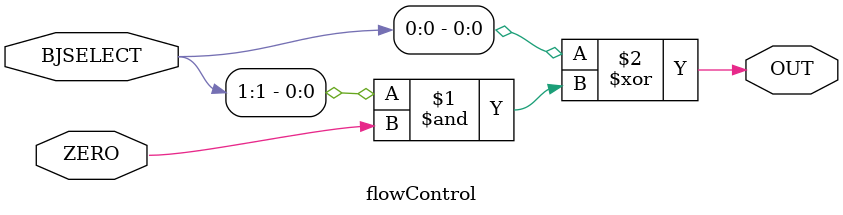
<source format=v>


module twosComp(IN, OUT);

	//Declaration of input and output ports
	input [7:0] IN;
	output [7:0] OUT;
	
	//Combinational logic to assign two's complement value of input to output after a delay of #1
	assign #1 OUT = ~IN + 1;

endmodule


//The Jump/Branch Adder calculates the target instruction address by adding the offset value to the PC+4 value
//after sign extension and multiplication by 4
//Contains a delay of 2 time units
module jumpbranchAdder(PC, OFFSET, TARGET);
	
	//Declaration of input and output ports
	input [31:0] PC;
	input [7:0] OFFSET;
	output [31:0] TARGET;
	
	wire [21:0] signBits;		//Bus to store extended sign bits
	
	assign signBits = {22{OFFSET[7]}};	//assigning the sign bit (MSB) of OFFSET to all 22 bits in signBits
	
	//GENERATING TARGET address by adding the OFFSET * 4 to the PC value after a delay of 2 time units
	//First 22 bits contain the extended sign bits, next 8 bits contain the actual offset, the next two bits are zeros due to shifting left by 2 (multiplication by 4)
	assign #2 TARGET = PC + {signBits, OFFSET, 2'b0};	
	
endmodule


//The pcAdder module generates the PC+4 value from the PC input after a delay of 1 time unit
module pcAdder(PC, PCplus4);
	
	//Declaration of input and output ports
	input [31:0] PC;
	output [31:0] PCplus4;

	//Assign PC+4 value to the output after 1 time unit delay
	assign #1 PCplus4 = PC + 4;
	
endmodule


//Generic 8-bit MUX module to be used inside the CPU
//Operation: SELECT == 0 : OUT = IN1
//			 SELECT == 1 : OUT = IN2
//Does not contain delays
module mux(IN1, IN2, SELECT, OUT);

	//Input and output port declaration
	input [7:0] IN1, IN2;
	input SELECT;
	output reg [7:0] OUT;
	
	//MUX should update output value upon change of any of the inputs
	always @ (IN1, IN2, SELECT)
	begin
		if (SELECT == 1'b1)		//If SELECT is HIGH, switch to 2nd input
		begin
			OUT = IN2;
		end
		else					//If SELECT is LOW, switch to 1st input
		begin
			OUT = IN1;
		end
	end

endmodule


//32-bit MUX module for flow control operations
//Operation: SELECT == 0 : OUT = IN1
//			 SELECT == 1 : OUT = IN2
//Does not contain delays
module mux32(IN1, IN2, SELECT, OUT);

	//Input and output port declaration
	input [31:0] IN1, IN2;
	input SELECT;
	output reg [31:0] OUT;
	
	//MUX should update output value upon change of any of the inputs
	always @ (IN1, IN2, SELECT)
	begin
		if (SELECT == 1'b1)		//If SELECT is HIGH, switch to 2nd input
		begin
			OUT = IN2;
		end
		else					//If SELECT is LOW, switch to 1st input
		begin
			OUT = IN1;
		end
	end

endmodule


//Combinational Control Unit for flow control operations
//Operation: BJSELECT = 00 : Normal flow
//			 BJSELECT = 01 : Jump
//			 BJSELECT = 10 : BEQ
//			 BJSELECT = 11 : BNE
//Contains no delays
module flowControl(
    input [1:0] BJSELECT,
    input ZERO,
    output OUT
);

// XOR-based flow control logic:
// BEQ: BJSELECT = 2'b10, branch if ZERO == 1
// BNE: BJSELECT = 2'b11, branch if ZERO == 0
assign OUT = BJSELECT[0] ^ (BJSELECT[1] & ZERO);

endmodule


















</source>
